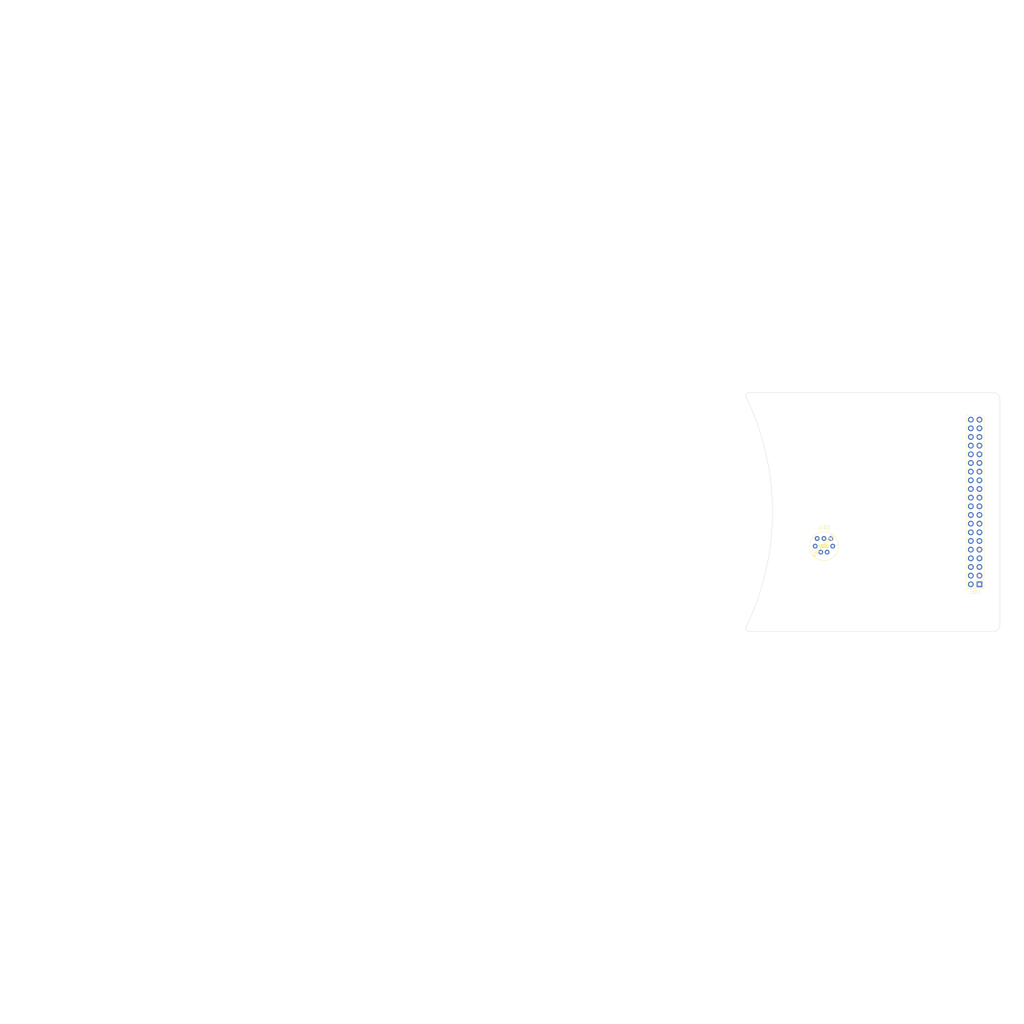
<source format=kicad_pcb>
(kicad_pcb (version 20221018) (generator pcbnew)
  (layers (0 "F.Cu" signal) (31 "B.Cu" signal) (34 "B.Paste" user) (35 "F.Paste" user) (36 "B.SilkS" user "B.Silkscreen") (37 "F.SilkS" user "F.Silkscreen") (38 "B.Mask" user) (39 "F.Mask" user) (44 "Edge.Cuts" user))
  (net 0 "")
  (net 41 "+19V")
  (net 45 "GND")
  (footprint "Connector_PinHeader_2.54mm:PinHeader_2x20_P2.54mm_Vertical" (layer "F.Cu") (at 137 21.18 180)
    (fp_text reference "J101" (at 1.27 -2.33) (layer "F.SilkS"))
    (fp_text value "Raspberry_Pi_2_3")
    (fp_line (start -1.33 -1.33) (end 0 -1.33) (stroke (width 0.12)) (layer "F.SilkS"))
    (fp_line (start -1.33 0) (end -1.33 -1.33) (stroke (width 0.12)) (layer "F.SilkS"))
    (fp_line (start -1.33 1.27) (end -1.33 49.59) (stroke (width 0.12)) (layer "F.SilkS"))
    (fp_line (start -1.33 1.27) (end 1.27 1.27) (stroke (width 0.12)) (layer "F.SilkS"))
    (fp_line (start -1.33 49.59) (end 3.87 49.59) (stroke (width 0.12)) (layer "F.SilkS"))
    (fp_line (start 1.27 -1.33) (end 3.87 -1.33) (stroke (width 0.12)) (layer "F.SilkS"))
    (fp_line (start 1.27 1.27) (end 1.27 -1.33) (stroke (width 0.12)) (layer "F.SilkS"))
    (fp_line (start 3.87 -1.33) (end 3.87 49.59) (stroke (width 0.12)) (layer "F.SilkS"))
    (pad "1" thru_hole rect (at 0 0 180) (size 1.7 1.7) (drill 1) (layers "*.Cu" "*.Mask"))
    (pad "2" thru_hole oval (at 2.54 0 180) (size 1.7 1.7) (drill 1) (layers "*.Cu" "*.Mask"))
    (pad "3" thru_hole oval (at 0 2.54 180) (size 1.7 1.7) (drill 1) (layers "*.Cu" "*.Mask"))
    (pad "4" thru_hole oval (at 2.54 2.54 180) (size 1.7 1.7) (drill 1) (layers "*.Cu" "*.Mask"))
    (pad "5" thru_hole oval (at 0 5.08 180) (size 1.7 1.7) (drill 1) (layers "*.Cu" "*.Mask"))
    (pad "6" thru_hole oval (at 2.54 5.08 180) (size 1.7 1.7) (drill 1) (layers "*.Cu" "*.Mask"))
    (pad "7" thru_hole oval (at 0 7.62 180) (size 1.7 1.7) (drill 1) (layers "*.Cu" "*.Mask"))
    (pad "8" thru_hole oval (at 2.54 7.62 180) (size 1.7 1.7) (drill 1) (layers "*.Cu" "*.Mask"))
    (pad "9" thru_hole oval (at 0 10.16 180) (size 1.7 1.7) (drill 1) (layers "*.Cu" "*.Mask"))
    (pad "10" thru_hole oval (at 2.54 10.16 180) (size 1.7 1.7) (drill 1) (layers "*.Cu" "*.Mask"))
    (pad "11" thru_hole oval (at 0 12.7 180) (size 1.7 1.7) (drill 1) (layers "*.Cu" "*.Mask"))
    (pad "12" thru_hole oval (at 2.54 12.7 180) (size 1.7 1.7) (drill 1) (layers "*.Cu" "*.Mask"))
    (pad "13" thru_hole oval (at 0 15.24 180) (size 1.7 1.7) (drill 1) (layers "*.Cu" "*.Mask"))
    (pad "14" thru_hole oval (at 2.54 15.24 180) (size 1.7 1.7) (drill 1) (layers "*.Cu" "*.Mask"))
    (pad "15" thru_hole oval (at 0 17.78 180) (size 1.7 1.7) (drill 1) (layers "*.Cu" "*.Mask"))
    (pad "16" thru_hole oval (at 2.54 17.78 180) (size 1.7 1.7) (drill 1) (layers "*.Cu" "*.Mask"))
    (pad "17" thru_hole oval (at 0 20.32 180) (size 1.7 1.7) (drill 1) (layers "*.Cu" "*.Mask"))
    (pad "18" thru_hole oval (at 2.54 20.32 180) (size 1.7 1.7) (drill 1) (layers "*.Cu" "*.Mask"))
    (pad "19" thru_hole oval (at 0 22.86 180) (size 1.7 1.7) (drill 1) (layers "*.Cu" "*.Mask"))
    (pad "20" thru_hole oval (at 2.54 22.86 180) (size 1.7 1.7) (drill 1) (layers "*.Cu" "*.Mask"))
    (pad "21" thru_hole oval (at 0 25.4 180) (size 1.7 1.7) (drill 1) (layers "*.Cu" "*.Mask"))
    (pad "22" thru_hole oval (at 2.54 25.4 180) (size 1.7 1.7) (drill 1) (layers "*.Cu" "*.Mask"))
    (pad "23" thru_hole oval (at 0 27.94 180) (size 1.7 1.7) (drill 1) (layers "*.Cu" "*.Mask"))
    (pad "24" thru_hole oval (at 2.54 27.94 180) (size 1.7 1.7) (drill 1) (layers "*.Cu" "*.Mask"))
    (pad "25" thru_hole oval (at 0 30.48 180) (size 1.7 1.7) (drill 1) (layers "*.Cu" "*.Mask"))
    (pad "26" thru_hole oval (at 2.54 30.48 180) (size 1.7 1.7) (drill 1) (layers "*.Cu" "*.Mask"))
    (pad "27" thru_hole oval (at 0 33.02 180) (size 1.7 1.7) (drill 1) (layers "*.Cu" "*.Mask"))
    (pad "28" thru_hole oval (at 2.54 33.02 180) (size 1.7 1.7) (drill 1) (layers "*.Cu" "*.Mask"))
    (pad "29" thru_hole oval (at 0 35.56 180) (size 1.7 1.7) (drill 1) (layers "*.Cu" "*.Mask"))
    (pad "30" thru_hole oval (at 2.54 35.56 180) (size 1.7 1.7) (drill 1) (layers "*.Cu" "*.Mask"))
    (pad "31" thru_hole oval (at 0 38.1 180) (size 1.7 1.7) (drill 1) (layers "*.Cu" "*.Mask"))
    (pad "32" thru_hole oval (at 2.54 38.1 180) (size 1.7 1.7) (drill 1) (layers "*.Cu" "*.Mask"))
    (pad "33" thru_hole oval (at 0 40.64 180) (size 1.7 1.7) (drill 1) (layers "*.Cu" "*.Mask"))
    (pad "34" thru_hole oval (at 2.54 40.64 180) (size 1.7 1.7) (drill 1) (layers "*.Cu" "*.Mask"))
    (pad "35" thru_hole oval (at 0 43.18 180) (size 1.7 1.7) (drill 1) (layers "*.Cu" "*.Mask"))
    (pad "36" thru_hole oval (at 2.54 43.18 180) (size 1.7 1.7) (drill 1) (layers "*.Cu" "*.Mask"))
    (pad "37" thru_hole oval (at 0 45.72 180) (size 1.7 1.7) (drill 1) (layers "*.Cu" "*.Mask"))
    (pad "38" thru_hole oval (at 2.54 45.72 180) (size 1.7 1.7) (drill 1) (layers "*.Cu" "*.Mask"))
    (pad "39" thru_hole oval (at 0 48.26 180) (size 1.7 1.7) (drill 1) (layers "*.Cu" "*.Mask"))
    (pad "40" thru_hole oval (at 2.54 48.26 180) (size 1.7 1.7) (drill 1) (layers "*.Cu" "*.Mask"))
  )
  (footprint "KenwoodFox:Roomba7Pin" (layer "F.Cu") (at 91.425 10)
    (fp_text reference "J102" (at 0 -5.5 unlocked) (layer "F.SilkS"))
    (fp_text value "RoombaSerial")
    (fp_text user "UNFINISHED" (at -3 3.5 45 unlocked) (layer "F.SilkS") (effects (justify left bottom)))
    (fp_line (start -2.75 2.75) (end -3.25 2.75) (stroke (width 0.12)) (layer "F.SilkS"))
    (fp_line (start -2.75 3.25) (end -2.75 2.75) (stroke (width 0.12)) (layer "F.SilkS"))
    (fp_line (start 2.75 2.75) (end 3.25 2.75) (stroke (width 0.12)) (layer "F.SilkS"))
    (fp_line (start 2.75 3.25) (end 2.75 2.75) (stroke (width 0.12)) (layer "F.SilkS"))
    (fp_rect (start -1.25 -0.5) (end 1.25 0.5) (stroke (width 0.12)) (fill solid) (layer "F.SilkS"))
    (fp_arc (start -3.25 2.75) (mid 0 -4.257347) (end 3.25 2.75) (stroke (width 0.12)) (layer "F.SilkS"))
    (fp_arc (start 2.75 3.25) (mid 0 4.250918) (end -2.75 3.25) (stroke (width 0.12)) (layer "F.SilkS"))
    (pad "1" thru_hole circle (at 0.925 1.75) (size 1.4 1.4) (drill 0.7) (layers "*.Cu" "*.Mask") (net 41 "+19V"))
    (pad "2" thru_hole circle (at -0.925 1.75) (size 1.4 1.4) (drill 0.7) (layers "*.Cu" "*.Mask") (net 41 "+19V"))
    (pad "3" thru_hole circle (at 2.575 0) (size 1.4 1.4) (drill 0.7) (layers "*.Cu" "*.Mask"))
    (pad "4" thru_hole circle (at -2.575 0) (size 1.4 1.4) (drill 0.7) (layers "*.Cu" "*.Mask"))
    (pad "5" thru_hole circle (at 2 -2.25) (size 1.4 1.4) (drill 0.7) (layers "*.Cu" "*.Mask"))
    (pad "6" thru_hole circle (at 0 -2.25) (size 1.4 1.4) (drill 0.7) (layers "*.Cu" "*.Mask") (net 45 "GND"))
    (pad "7" thru_hole circle (at -2 -2.25) (size 1.4 1.4) (drill 0.7) (layers "*.Cu" "*.Mask") (net 45 "GND"))
  )
  (gr_arc (start 68.54 -33.75) (mid 68.731783 -34.621573) (end 69.54 -35) (stroke (width 0.1)) (layer "Edge.Cuts"))
  (gr_arc (start 68.54 -33.75) (mid 76.331802 0) (end 68.54 33.75) (stroke (width 0.1)) (layer "Edge.Cuts"))
  (gr_arc (start 143 33) (mid 142.414214 34.414214) (end 141 35) (stroke (width 0.1)) (layer "Edge.Cuts"))
  (gr_line (start 69.54 -35) (end 141 -35) (stroke (width 0.1)) (layer "Edge.Cuts"))
  (gr_line (start 143 -33) (end 143 33) (stroke (width 0.1)) (layer "Edge.Cuts"))
  (gr_line (start 69.54 35) (end 141 35) (stroke (width 0.1)) (layer "Edge.Cuts"))
  (gr_arc (start 69.54 35) (mid 68.731784 34.621573) (end 68.54 33.75) (stroke (width 0.1)) (layer "Edge.Cuts"))
  (gr_arc (start 141 -35) (mid 142.414214 -34.414214) (end 143 -33) (stroke (width 0.1)) (layer "Edge.Cuts"))
)
</source>
